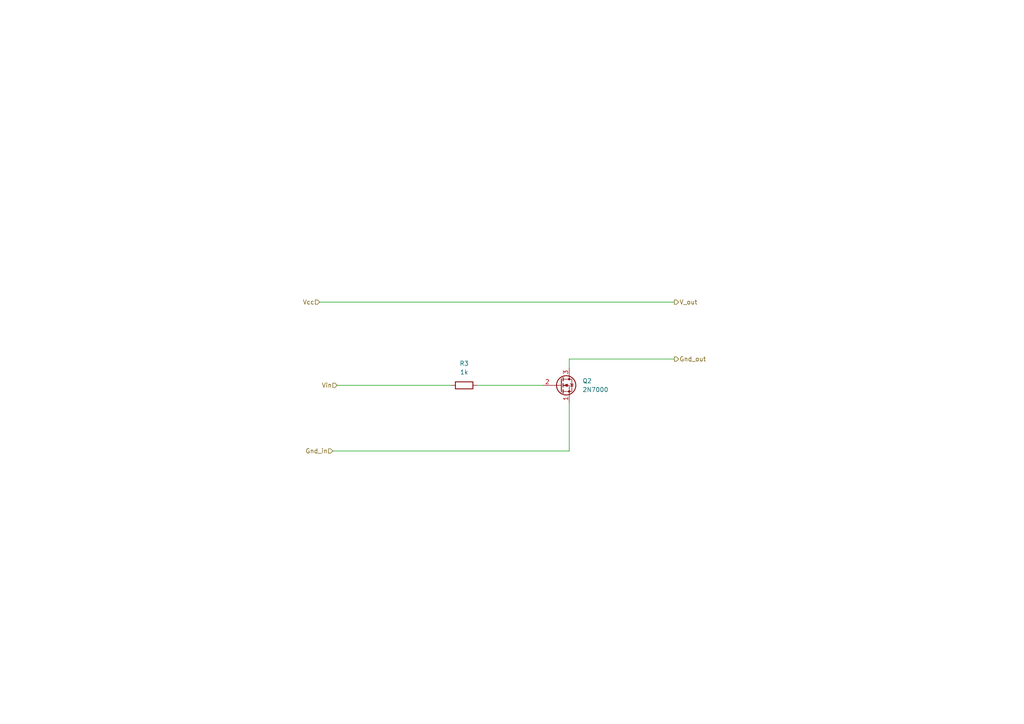
<source format=kicad_sch>
(kicad_sch (version 20250114) (generator "eeschema") (generator_version "9.0")
  (paper "A4")
  (title_block (title "Mixing Controller Proto Board Schematic") (date "2025-04-30") (rev "V1.1"))
  (lib_symbols
    (symbol "Device:R" (pin_numbers (hide yes)) (pin_names (offset 0))
      (property "Reference" "R" (at 2.032 0 90))
      (property "Value" "R" (at 0 0 90))
      (symbol "R_0_1"
        (rectangle (start -1.016 -2.54) (end 1.016 2.54) (stroke (width 0.254)))
      )
      (symbol "R_1_1"
        (pin passive line (at 0 3.81 270) (length 1.27) (name "~") (number "1"))
        (pin passive line (at 0 -3.81 90) (length 1.27) (name "~") (number "2"))
      )
    )
    (symbol "Transistor_FET:2N7000" (pin_names (hide yes))
      (property "Reference" "Q" (at 5.08 1.905 0))
      (property "Value" "2N7000" (at 5.08 0 0))
      (symbol "2N7000_0_1"
        (polyline (pts (xy 0.254 1.905) (xy 0.254 -1.905)) (stroke (width 0.254)))
        (polyline (pts (xy 0.254 0) (xy -2.54 0)))
        (polyline (pts (xy 0.762 2.286) (xy 0.762 1.27)) (stroke (width 0.254)))
        (polyline (pts (xy 0.762 0.508) (xy 0.762 -0.508)) (stroke (width 0.254)))
        (polyline (pts (xy 0.762 -1.27) (xy 0.762 -2.286)) (stroke (width 0.254)))
        (polyline (pts (xy 0.762 -1.778) (xy 3.302 -1.778) (xy 3.302 1.778) (xy 0.762 1.778)))
        (polyline (pts (xy 1.016 0) (xy 2.032 0.381) (xy 2.032 -0.381) (xy 1.016 0)) (fill (type outline)))
        (circle (center 1.651 0) (radius 2.794) (stroke (width 0.254)))
        (polyline (pts (xy 2.54 2.54) (xy 2.54 1.778)))
        (circle (center 2.54 1.778) (radius 0.254) (fill (type outline)))
        (circle (center 2.54 -1.778) (radius 0.254) (fill (type outline)))
        (polyline (pts (xy 2.54 -2.54) (xy 2.54 0) (xy 0.762 0)))
        (polyline (pts (xy 2.794 0.508) (xy 2.921 0.381) (xy 3.683 0.381) (xy 3.81 0.254)))
        (polyline (pts (xy 3.302 0.381) (xy 2.921 -0.254) (xy 3.683 -0.254) (xy 3.302 0.381)))
      )
      (symbol "2N7000_1_1"
        (pin input line (at -5.08 0 0) (length 2.54) (name "G") (number "2"))
        (pin passive line (at 2.54 5.08 270) (length 2.54) (name "D") (number "3"))
        (pin passive line (at 2.54 -5.08 90) (length 2.54) (name "S") (number "1"))
      )
    )
  )
  (wire (pts (xy 97.79 111.76) (xy 130.81 111.76)))
  (wire (pts (xy 138.43 111.76) (xy 157.48 111.76)))
  (wire (pts (xy 165.1 104.14) (xy 195.58 104.14)))
  (wire (pts (xy 92.71 87.63) (xy 195.58 87.63)))
  (wire (pts (xy 165.1 106.68) (xy 165.1 104.14)))
  (wire (pts (xy 165.1 130.81) (xy 165.1 116.84)))
  (wire (pts (xy 96.52 130.81) (xy 165.1 130.81)))
  (hierarchical_label "Gnd_out" (shape output) (at 195.58 104.14 0))
  (hierarchical_label "Vin" (shape input) (at 97.79 111.76 180))
  (hierarchical_label "Gnd_in" (shape input) (at 96.52 130.81 180))
  (hierarchical_label "Vcc" (shape input) (at 92.71 87.63 180))
  (hierarchical_label "V_out" (shape output) (at 195.58 87.63 0))
  (symbol (lib_id "Transistor_FET:2N7000") (at 162.56 111.76 0) (unit 1)
    (property "Reference" "Q?" (at 168.91 110.4899 0) (effects (justify left)))
    (property "Value" "2N7000" (at 168.91 113.0299 0) (effects (justify left)))
    (property "Footprint" "Package_TO_SOT_THT:TO-92_Inline" (effects (hide yes)))
    (property "Datasheet" "https://www.vishay.com/docs/70226/70226.pdf" (effects (hide yes)))
    (property "Description" "0.2A Id, 200V Vds, N-Channel MOSFET, 2.6V Logic Level, TO-92" (effects (hide yes)))
    (instances (project "Wet:Dry Cycling" (path "" (reference "Q2") (unit 1)) (path "" (reference "Q1") (unit 1)) (path "" (reference "Q?") (unit 1))))
  )
  (symbol (lib_id "Device:R") (at 134.62 111.76 90) (unit 1)
    (property "Reference" "R1" (at 134.62 105.41 90))
    (property "Value" "1k" (at 134.62 107.95 90))
    (property "Description" "Resistor" (effects (hide yes)))
    (instances (project "Wet:Dry Cycling" (path "" (reference "R3") (unit 1)) (path "" (reference "R2") (unit 1)) (path "" (reference "R1") (unit 1))))
  )
)
</source>
